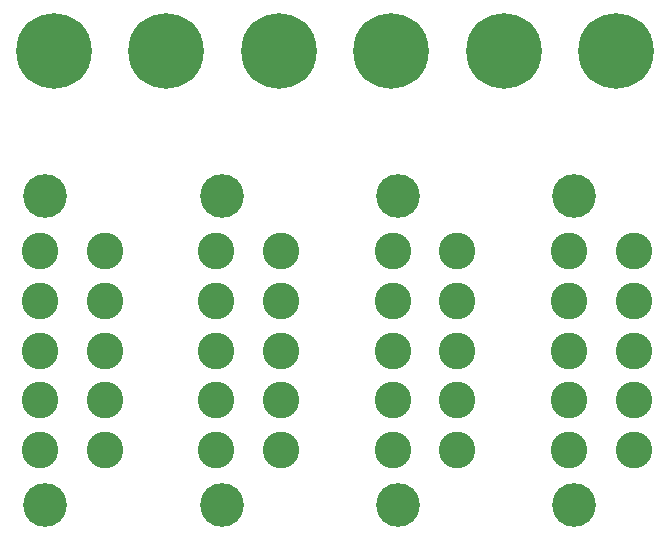
<source format=gts>
G04 #@! TF.FileFunction,Soldermask,Top*
%FSLAX46Y46*%
G04 Gerber Fmt 4.6, Leading zero omitted, Abs format (unit mm)*
G04 Created by KiCad (PCBNEW 4.0.0-rc1-stable) date 10/15/2015 12:59:49 AM*
%MOMM*%
G01*
G04 APERTURE LIST*
%ADD10C,0.100000*%
%ADD11C,3.100000*%
%ADD12C,3.700000*%
%ADD13C,6.400000*%
G04 APERTURE END LIST*
D10*
D11*
X127845000Y-107632500D03*
X122345000Y-107632500D03*
X127845000Y-111832500D03*
X122345000Y-111832500D03*
X127845000Y-116032500D03*
X122345000Y-116032500D03*
X122345000Y-103432500D03*
X127845000Y-103432500D03*
X122345000Y-99232500D03*
X127845000Y-99232500D03*
D12*
X122805000Y-120732500D03*
X122805000Y-94532500D03*
D11*
X142767500Y-107632500D03*
X137267500Y-107632500D03*
X142767500Y-111832500D03*
X137267500Y-111832500D03*
X142767500Y-116032500D03*
X137267500Y-116032500D03*
X137267500Y-103432500D03*
X142767500Y-103432500D03*
X137267500Y-99232500D03*
X142767500Y-99232500D03*
D12*
X137727500Y-120732500D03*
X137727500Y-94532500D03*
D11*
X157690000Y-107632500D03*
X152190000Y-107632500D03*
X157690000Y-111832500D03*
X152190000Y-111832500D03*
X157690000Y-116032500D03*
X152190000Y-116032500D03*
X152190000Y-103432500D03*
X157690000Y-103432500D03*
X152190000Y-99232500D03*
X157690000Y-99232500D03*
D12*
X152650000Y-120732500D03*
X152650000Y-94532500D03*
D11*
X172612500Y-107632500D03*
X167112500Y-107632500D03*
X172612500Y-111832500D03*
X167112500Y-111832500D03*
X172612500Y-116032500D03*
X167112500Y-116032500D03*
X167112500Y-103432500D03*
X172612500Y-103432500D03*
X167112500Y-99232500D03*
X172612500Y-99232500D03*
D12*
X167572500Y-120732500D03*
X167572500Y-94532500D03*
D13*
X123507500Y-82232500D03*
X133032500Y-82232500D03*
X142557500Y-82232500D03*
X152082500Y-82232500D03*
X161607500Y-82232500D03*
X171132500Y-82232500D03*
M02*

</source>
